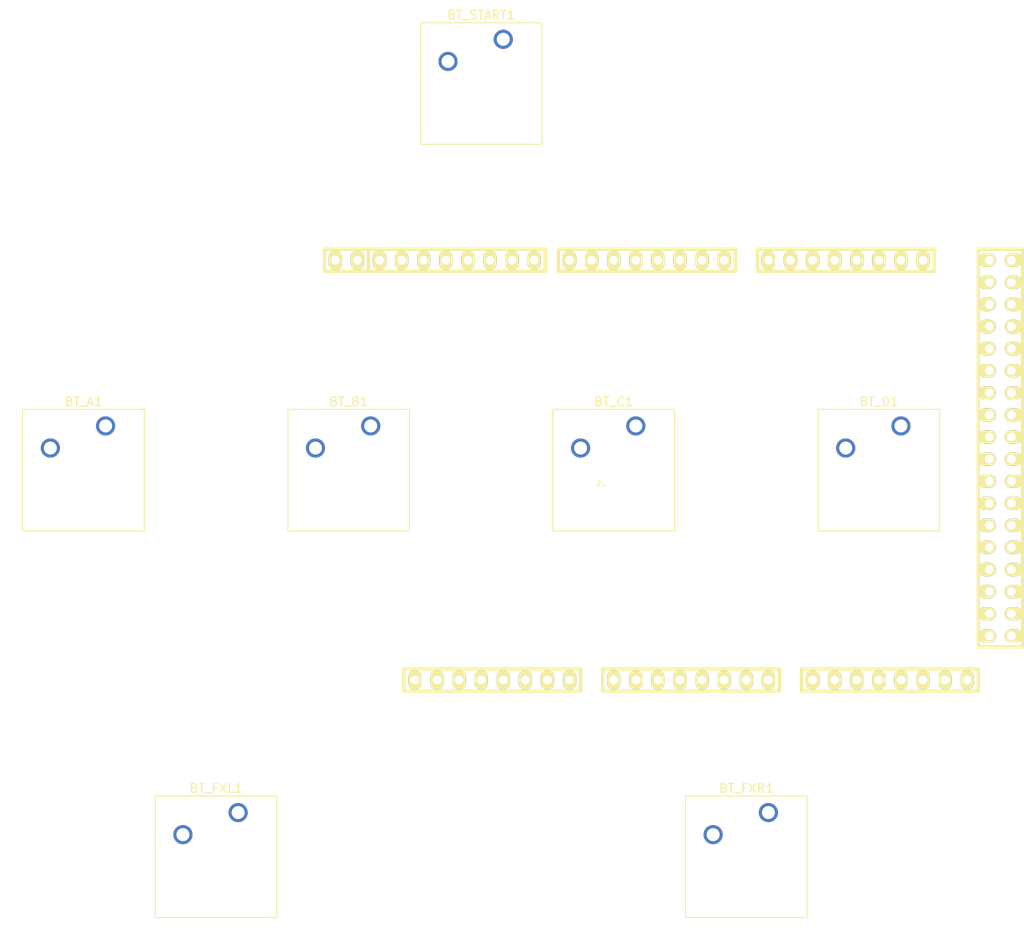
<source format=kicad_pcb>
(kicad_pcb (version 20171130) (host pcbnew 5.0.1)

  (general
    (thickness 1.6)
    (drawings 0)
    (tracks 0)
    (zones 0)
    (modules 8)
    (nets 86)
  )

  (page A4)
  (layers
    (0 F.Cu signal)
    (31 B.Cu signal)
    (32 B.Adhes user)
    (33 F.Adhes user)
    (34 B.Paste user)
    (35 F.Paste user)
    (36 B.SilkS user)
    (37 F.SilkS user)
    (38 B.Mask user)
    (39 F.Mask user)
    (40 Dwgs.User user)
    (41 Cmts.User user)
    (42 Eco1.User user)
    (43 Eco2.User user)
    (44 Edge.Cuts user)
    (45 Margin user)
    (46 B.CrtYd user)
    (47 F.CrtYd user hide)
    (48 B.Fab user)
    (49 F.Fab user hide)
  )

  (setup
    (last_trace_width 0.25)
    (trace_clearance 0.2)
    (zone_clearance 0.508)
    (zone_45_only no)
    (trace_min 0.2)
    (segment_width 0.2)
    (edge_width 0.15)
    (via_size 0.8)
    (via_drill 0.4)
    (via_min_size 0.4)
    (via_min_drill 0.3)
    (uvia_size 0.3)
    (uvia_drill 0.1)
    (uvias_allowed no)
    (uvia_min_size 0.2)
    (uvia_min_drill 0.1)
    (pcb_text_width 0.3)
    (pcb_text_size 1.5 1.5)
    (mod_edge_width 0.15)
    (mod_text_size 1 1)
    (mod_text_width 0.15)
    (pad_size 1.524 1.524)
    (pad_drill 0.762)
    (pad_to_mask_clearance 0.051)
    (solder_mask_min_width 0.25)
    (aux_axis_origin 0 0)
    (visible_elements FFFFFF7F)
    (pcbplotparams
      (layerselection 0x010fc_ffffffff)
      (usegerberextensions false)
      (usegerberattributes false)
      (usegerberadvancedattributes false)
      (creategerberjobfile false)
      (excludeedgelayer true)
      (linewidth 0.100000)
      (plotframeref false)
      (viasonmask false)
      (mode 1)
      (useauxorigin false)
      (hpglpennumber 1)
      (hpglpenspeed 20)
      (hpglpendiameter 15.000000)
      (psnegative false)
      (psa4output false)
      (plotreference true)
      (plotvalue true)
      (plotinvisibletext false)
      (padsonsilk false)
      (subtractmaskfromsilk false)
      (outputformat 1)
      (mirror false)
      (drillshape 1)
      (scaleselection 1)
      (outputdirectory ""))
  )

  (net 0 "")
  (net 1 "Net-(J1-Pad86)")
  (net 2 "Net-(J1-Pad85)")
  (net 3 "Net-(J1-Pad84)")
  (net 4 "Net-(J1-Pad83)")
  (net 5 LED3_R)
  (net 6 LED3_G)
  (net 7 LED3_B)
  (net 8 LED2_R)
  (net 9 LED2_G)
  (net 10 LED2_B)
  (net 11 LED1_R)
  (net 12 LED1_G)
  (net 13 LED1_B)
  (net 14 LED4_R)
  (net 15 LED4_G)
  (net 16 LED4_B)
  (net 17 "Net-(J1-Pad70)")
  (net 18 "Net-(J1-Pad69)")
  (net 19 "Net-(J1-Pad68)")
  (net 20 "Net-(J1-Pad67)")
  (net 21 R1_TX)
  (net 22 R1_RX)
  (net 23 "Net-(J1-Pad64)")
  (net 24 "Net-(J1-Pad63)")
  (net 25 R1_DET)
  (net 26 "Net-(J1-Pad61)")
  (net 27 "Net-(J1-Pad60)")
  (net 28 K1_C)
  (net 29 K1_B)
  (net 30 K1_A)
  (net 31 K1_1)
  (net 32 K1_2)
  (net 33 K1_3)
  (net 34 K1_4)
  (net 35 "Net-(J1-Pad52)")
  (net 36 LT_FXR)
  (net 37 LT_FXL)
  (net 38 LT_D)
  (net 39 LED5_G)
  (net 40 LT_C)
  (net 41 LT_B)
  (net 42 LT_A)
  (net 43 LT_START)
  (net 44 GND)
  (net 45 "Net-(J1-Pad42)")
  (net 46 "Net-(J1-Pad41)")
  (net 47 "Net-(J1-Pad40)")
  (net 48 "Net-(J1-Pad39)")
  (net 49 "Net-(J1-Pad38)")
  (net 50 "Net-(J1-Pad37)")
  (net 51 "Net-(J1-Pad36)")
  (net 52 "Net-(J1-Pad35)")
  (net 53 VOLR_A)
  (net 54 VOLR_B)
  (net 55 VOLL_A)
  (net 56 VOLL_B)
  (net 57 LED5_B)
  (net 58 LED5_R)
  (net 59 BT_SVC)
  (net 60 BT_TEST)
  (net 61 BT_START)
  (net 62 "Net-(J1-Pad25)")
  (net 63 "Net-(J1-Pad24)")
  (net 64 "Net-(J1-Pad23)")
  (net 65 "Net-(J1-Pad22)")
  (net 66 "Net-(J1-Pad21)")
  (net 67 "Net-(J1-Pad20)")
  (net 68 LED6_B)
  (net 69 LED6_G)
  (net 70 LED6_R)
  (net 71 "Net-(J1-Pad16)")
  (net 72 "Net-(J1-Pad15)")
  (net 73 BT_D)
  (net 74 BT_C)
  (net 75 BT_B)
  (net 76 BT_A)
  (net 77 BT_FXL)
  (net 78 BT_FXR)
  (net 79 "Net-(J1-Pad8)")
  (net 80 "Net-(J1-Pad7)")
  (net 81 "Net-(J1-Pad6)")
  (net 82 "Net-(J1-Pad5)")
  (net 83 "Net-(J1-Pad4)")
  (net 84 "Net-(J1-Pad3)")
  (net 85 "Net-(J1-Pad2)")

  (net_class Default "This is the default net class."
    (clearance 0.2)
    (trace_width 0.25)
    (via_dia 0.8)
    (via_drill 0.4)
    (uvia_dia 0.3)
    (uvia_drill 0.1)
    (add_net BT_A)
    (add_net BT_B)
    (add_net BT_C)
    (add_net BT_D)
    (add_net BT_FXL)
    (add_net BT_FXR)
    (add_net BT_START)
    (add_net BT_SVC)
    (add_net BT_TEST)
    (add_net GND)
    (add_net K1_1)
    (add_net K1_2)
    (add_net K1_3)
    (add_net K1_4)
    (add_net K1_A)
    (add_net K1_B)
    (add_net K1_C)
    (add_net LED1_B)
    (add_net LED1_G)
    (add_net LED1_R)
    (add_net LED2_B)
    (add_net LED2_G)
    (add_net LED2_R)
    (add_net LED3_B)
    (add_net LED3_G)
    (add_net LED3_R)
    (add_net LED4_B)
    (add_net LED4_G)
    (add_net LED4_R)
    (add_net LED5_B)
    (add_net LED5_G)
    (add_net LED5_R)
    (add_net LED6_B)
    (add_net LED6_G)
    (add_net LED6_R)
    (add_net LT_A)
    (add_net LT_B)
    (add_net LT_C)
    (add_net LT_D)
    (add_net LT_FXL)
    (add_net LT_FXR)
    (add_net LT_START)
    (add_net "Net-(J1-Pad15)")
    (add_net "Net-(J1-Pad16)")
    (add_net "Net-(J1-Pad2)")
    (add_net "Net-(J1-Pad20)")
    (add_net "Net-(J1-Pad21)")
    (add_net "Net-(J1-Pad22)")
    (add_net "Net-(J1-Pad23)")
    (add_net "Net-(J1-Pad24)")
    (add_net "Net-(J1-Pad25)")
    (add_net "Net-(J1-Pad3)")
    (add_net "Net-(J1-Pad35)")
    (add_net "Net-(J1-Pad36)")
    (add_net "Net-(J1-Pad37)")
    (add_net "Net-(J1-Pad38)")
    (add_net "Net-(J1-Pad39)")
    (add_net "Net-(J1-Pad4)")
    (add_net "Net-(J1-Pad40)")
    (add_net "Net-(J1-Pad41)")
    (add_net "Net-(J1-Pad42)")
    (add_net "Net-(J1-Pad5)")
    (add_net "Net-(J1-Pad52)")
    (add_net "Net-(J1-Pad6)")
    (add_net "Net-(J1-Pad60)")
    (add_net "Net-(J1-Pad61)")
    (add_net "Net-(J1-Pad63)")
    (add_net "Net-(J1-Pad64)")
    (add_net "Net-(J1-Pad67)")
    (add_net "Net-(J1-Pad68)")
    (add_net "Net-(J1-Pad69)")
    (add_net "Net-(J1-Pad7)")
    (add_net "Net-(J1-Pad70)")
    (add_net "Net-(J1-Pad8)")
    (add_net "Net-(J1-Pad83)")
    (add_net "Net-(J1-Pad84)")
    (add_net "Net-(J1-Pad85)")
    (add_net "Net-(J1-Pad86)")
    (add_net R1_DET)
    (add_net R1_RX)
    (add_net R1_TX)
    (add_net VOLL_A)
    (add_net VOLL_B)
    (add_net VOLR_A)
    (add_net VOLR_B)
  )

  (module Button_Switch_Keyboard:SW_Cherry_MX1A_1.00u_PCB (layer F.Cu) (tedit 5A02FE24) (tstamp 5BEE17EF)
    (at 88.9 77.47)
    (descr "Cherry MX keyswitch, MX1A, 1.00u, PCB mount, http://cherryamericas.com/wp-content/uploads/2014/12/mx_cat.pdf")
    (tags "cherry mx keyswitch MX1A 1.00u PCB")
    (path /5BDA3CBD)
    (fp_text reference BT_A1 (at -2.54 -2.794) (layer F.SilkS)
      (effects (font (size 1 1) (thickness 0.15)))
    )
    (fp_text value SW_Push_LED (at -2.54 12.954) (layer F.Fab)
      (effects (font (size 1 1) (thickness 0.15)))
    )
    (fp_text user %R (at -2.54 -2.794) (layer F.Fab)
      (effects (font (size 1 1) (thickness 0.15)))
    )
    (fp_line (start -8.89 -1.27) (end 3.81 -1.27) (layer F.Fab) (width 0.15))
    (fp_line (start 3.81 -1.27) (end 3.81 11.43) (layer F.Fab) (width 0.15))
    (fp_line (start 3.81 11.43) (end -8.89 11.43) (layer F.Fab) (width 0.15))
    (fp_line (start -8.89 11.43) (end -8.89 -1.27) (layer F.Fab) (width 0.15))
    (fp_line (start -9.14 11.68) (end -9.14 -1.52) (layer F.CrtYd) (width 0.05))
    (fp_line (start 4.06 11.68) (end -9.14 11.68) (layer F.CrtYd) (width 0.05))
    (fp_line (start 4.06 -1.52) (end 4.06 11.68) (layer F.CrtYd) (width 0.05))
    (fp_line (start -9.14 -1.52) (end 4.06 -1.52) (layer F.CrtYd) (width 0.05))
    (fp_line (start -12.065 -4.445) (end 6.985 -4.445) (layer Dwgs.User) (width 0.15))
    (fp_line (start 6.985 -4.445) (end 6.985 14.605) (layer Dwgs.User) (width 0.15))
    (fp_line (start 6.985 14.605) (end -12.065 14.605) (layer Dwgs.User) (width 0.15))
    (fp_line (start -12.065 14.605) (end -12.065 -4.445) (layer Dwgs.User) (width 0.15))
    (fp_line (start -9.525 -1.905) (end 4.445 -1.905) (layer F.SilkS) (width 0.12))
    (fp_line (start 4.445 -1.905) (end 4.445 12.065) (layer F.SilkS) (width 0.12))
    (fp_line (start 4.445 12.065) (end -9.525 12.065) (layer F.SilkS) (width 0.12))
    (fp_line (start -9.525 12.065) (end -9.525 -1.905) (layer F.SilkS) (width 0.12))
    (pad 1 thru_hole circle (at 0 0) (size 2.2 2.2) (drill 1.5) (layers *.Cu *.Mask)
      (net 76 BT_A))
    (pad 2 thru_hole circle (at -6.35 2.54) (size 2.2 2.2) (drill 1.5) (layers *.Cu *.Mask)
      (net 44 GND))
    (pad "" np_thru_hole circle (at -2.54 5.08) (size 4 4) (drill 4) (layers *.Cu *.Mask))
    (pad "" np_thru_hole circle (at -7.62 5.08) (size 1.7 1.7) (drill 1.7) (layers *.Cu *.Mask))
    (pad "" np_thru_hole circle (at 2.54 5.08) (size 1.7 1.7) (drill 1.7) (layers *.Cu *.Mask))
    (model ${KISYS3DMOD}/Button_Switch_Keyboard.3dshapes/SW_Cherry_MX1A_1.00u_PCB.wrl
      (at (xyz 0 0 0))
      (scale (xyz 1 1 1))
      (rotate (xyz 0 0 0))
    )
  )

  (module Button_Switch_Keyboard:SW_Cherry_MX1A_1.00u_PCB (layer F.Cu) (tedit 5A02FE24) (tstamp 5BEE1809)
    (at 119.38 77.47)
    (descr "Cherry MX keyswitch, MX1A, 1.00u, PCB mount, http://cherryamericas.com/wp-content/uploads/2014/12/mx_cat.pdf")
    (tags "cherry mx keyswitch MX1A 1.00u PCB")
    (path /5BDA3F0B)
    (fp_text reference BT_B1 (at -2.54 -2.794) (layer F.SilkS)
      (effects (font (size 1 1) (thickness 0.15)))
    )
    (fp_text value SW_Push_LED (at -2.54 12.954) (layer F.Fab)
      (effects (font (size 1 1) (thickness 0.15)))
    )
    (fp_line (start -9.525 12.065) (end -9.525 -1.905) (layer F.SilkS) (width 0.12))
    (fp_line (start 4.445 12.065) (end -9.525 12.065) (layer F.SilkS) (width 0.12))
    (fp_line (start 4.445 -1.905) (end 4.445 12.065) (layer F.SilkS) (width 0.12))
    (fp_line (start -9.525 -1.905) (end 4.445 -1.905) (layer F.SilkS) (width 0.12))
    (fp_line (start -12.065 14.605) (end -12.065 -4.445) (layer Dwgs.User) (width 0.15))
    (fp_line (start 6.985 14.605) (end -12.065 14.605) (layer Dwgs.User) (width 0.15))
    (fp_line (start 6.985 -4.445) (end 6.985 14.605) (layer Dwgs.User) (width 0.15))
    (fp_line (start -12.065 -4.445) (end 6.985 -4.445) (layer Dwgs.User) (width 0.15))
    (fp_line (start -9.14 -1.52) (end 4.06 -1.52) (layer F.CrtYd) (width 0.05))
    (fp_line (start 4.06 -1.52) (end 4.06 11.68) (layer F.CrtYd) (width 0.05))
    (fp_line (start 4.06 11.68) (end -9.14 11.68) (layer F.CrtYd) (width 0.05))
    (fp_line (start -9.14 11.68) (end -9.14 -1.52) (layer F.CrtYd) (width 0.05))
    (fp_line (start -8.89 11.43) (end -8.89 -1.27) (layer F.Fab) (width 0.15))
    (fp_line (start 3.81 11.43) (end -8.89 11.43) (layer F.Fab) (width 0.15))
    (fp_line (start 3.81 -1.27) (end 3.81 11.43) (layer F.Fab) (width 0.15))
    (fp_line (start -8.89 -1.27) (end 3.81 -1.27) (layer F.Fab) (width 0.15))
    (fp_text user %R (at -2.54 -2.794) (layer F.Fab)
      (effects (font (size 1 1) (thickness 0.15)))
    )
    (pad "" np_thru_hole circle (at 2.54 5.08) (size 1.7 1.7) (drill 1.7) (layers *.Cu *.Mask))
    (pad "" np_thru_hole circle (at -7.62 5.08) (size 1.7 1.7) (drill 1.7) (layers *.Cu *.Mask))
    (pad "" np_thru_hole circle (at -2.54 5.08) (size 4 4) (drill 4) (layers *.Cu *.Mask))
    (pad 2 thru_hole circle (at -6.35 2.54) (size 2.2 2.2) (drill 1.5) (layers *.Cu *.Mask)
      (net 44 GND))
    (pad 1 thru_hole circle (at 0 0) (size 2.2 2.2) (drill 1.5) (layers *.Cu *.Mask)
      (net 75 BT_B))
    (model ${KISYS3DMOD}/Button_Switch_Keyboard.3dshapes/SW_Cherry_MX1A_1.00u_PCB.wrl
      (at (xyz 0 0 0))
      (scale (xyz 1 1 1))
      (rotate (xyz 0 0 0))
    )
  )

  (module Button_Switch_Keyboard:SW_Cherry_MX1A_1.00u_PCB (layer F.Cu) (tedit 5A02FE24) (tstamp 5BEE1823)
    (at 149.86 77.47)
    (descr "Cherry MX keyswitch, MX1A, 1.00u, PCB mount, http://cherryamericas.com/wp-content/uploads/2014/12/mx_cat.pdf")
    (tags "cherry mx keyswitch MX1A 1.00u PCB")
    (path /5BDA403D)
    (fp_text reference BT_C1 (at -2.54 -2.794) (layer F.SilkS)
      (effects (font (size 1 1) (thickness 0.15)))
    )
    (fp_text value SW_Push_LED (at -2.54 12.954) (layer F.Fab)
      (effects (font (size 1 1) (thickness 0.15)))
    )
    (fp_text user %R (at -2.54 -2.794) (layer F.Fab)
      (effects (font (size 1 1) (thickness 0.15)))
    )
    (fp_line (start -8.89 -1.27) (end 3.81 -1.27) (layer F.Fab) (width 0.15))
    (fp_line (start 3.81 -1.27) (end 3.81 11.43) (layer F.Fab) (width 0.15))
    (fp_line (start 3.81 11.43) (end -8.89 11.43) (layer F.Fab) (width 0.15))
    (fp_line (start -8.89 11.43) (end -8.89 -1.27) (layer F.Fab) (width 0.15))
    (fp_line (start -9.14 11.68) (end -9.14 -1.52) (layer F.CrtYd) (width 0.05))
    (fp_line (start 4.06 11.68) (end -9.14 11.68) (layer F.CrtYd) (width 0.05))
    (fp_line (start 4.06 -1.52) (end 4.06 11.68) (layer F.CrtYd) (width 0.05))
    (fp_line (start -9.14 -1.52) (end 4.06 -1.52) (layer F.CrtYd) (width 0.05))
    (fp_line (start -12.065 -4.445) (end 6.985 -4.445) (layer Dwgs.User) (width 0.15))
    (fp_line (start 6.985 -4.445) (end 6.985 14.605) (layer Dwgs.User) (width 0.15))
    (fp_line (start 6.985 14.605) (end -12.065 14.605) (layer Dwgs.User) (width 0.15))
    (fp_line (start -12.065 14.605) (end -12.065 -4.445) (layer Dwgs.User) (width 0.15))
    (fp_line (start -9.525 -1.905) (end 4.445 -1.905) (layer F.SilkS) (width 0.12))
    (fp_line (start 4.445 -1.905) (end 4.445 12.065) (layer F.SilkS) (width 0.12))
    (fp_line (start 4.445 12.065) (end -9.525 12.065) (layer F.SilkS) (width 0.12))
    (fp_line (start -9.525 12.065) (end -9.525 -1.905) (layer F.SilkS) (width 0.12))
    (pad 1 thru_hole circle (at 0 0) (size 2.2 2.2) (drill 1.5) (layers *.Cu *.Mask)
      (net 74 BT_C))
    (pad 2 thru_hole circle (at -6.35 2.54) (size 2.2 2.2) (drill 1.5) (layers *.Cu *.Mask)
      (net 44 GND))
    (pad "" np_thru_hole circle (at -2.54 5.08) (size 4 4) (drill 4) (layers *.Cu *.Mask))
    (pad "" np_thru_hole circle (at -7.62 5.08) (size 1.7 1.7) (drill 1.7) (layers *.Cu *.Mask))
    (pad "" np_thru_hole circle (at 2.54 5.08) (size 1.7 1.7) (drill 1.7) (layers *.Cu *.Mask))
    (model ${KISYS3DMOD}/Button_Switch_Keyboard.3dshapes/SW_Cherry_MX1A_1.00u_PCB.wrl
      (at (xyz 0 0 0))
      (scale (xyz 1 1 1))
      (rotate (xyz 0 0 0))
    )
  )

  (module Button_Switch_Keyboard:SW_Cherry_MX1A_1.00u_PCB (layer F.Cu) (tedit 5A02FE24) (tstamp 5BEE183D)
    (at 180.34 77.47)
    (descr "Cherry MX keyswitch, MX1A, 1.00u, PCB mount, http://cherryamericas.com/wp-content/uploads/2014/12/mx_cat.pdf")
    (tags "cherry mx keyswitch MX1A 1.00u PCB")
    (path /5BDA4135)
    (fp_text reference BT_D1 (at -2.54 -2.794) (layer F.SilkS)
      (effects (font (size 1 1) (thickness 0.15)))
    )
    (fp_text value SW_Push_LED (at -2.54 12.954) (layer F.Fab)
      (effects (font (size 1 1) (thickness 0.15)))
    )
    (fp_line (start -9.525 12.065) (end -9.525 -1.905) (layer F.SilkS) (width 0.12))
    (fp_line (start 4.445 12.065) (end -9.525 12.065) (layer F.SilkS) (width 0.12))
    (fp_line (start 4.445 -1.905) (end 4.445 12.065) (layer F.SilkS) (width 0.12))
    (fp_line (start -9.525 -1.905) (end 4.445 -1.905) (layer F.SilkS) (width 0.12))
    (fp_line (start -12.065 14.605) (end -12.065 -4.445) (layer Dwgs.User) (width 0.15))
    (fp_line (start 6.985 14.605) (end -12.065 14.605) (layer Dwgs.User) (width 0.15))
    (fp_line (start 6.985 -4.445) (end 6.985 14.605) (layer Dwgs.User) (width 0.15))
    (fp_line (start -12.065 -4.445) (end 6.985 -4.445) (layer Dwgs.User) (width 0.15))
    (fp_line (start -9.14 -1.52) (end 4.06 -1.52) (layer F.CrtYd) (width 0.05))
    (fp_line (start 4.06 -1.52) (end 4.06 11.68) (layer F.CrtYd) (width 0.05))
    (fp_line (start 4.06 11.68) (end -9.14 11.68) (layer F.CrtYd) (width 0.05))
    (fp_line (start -9.14 11.68) (end -9.14 -1.52) (layer F.CrtYd) (width 0.05))
    (fp_line (start -8.89 11.43) (end -8.89 -1.27) (layer F.Fab) (width 0.15))
    (fp_line (start 3.81 11.43) (end -8.89 11.43) (layer F.Fab) (width 0.15))
    (fp_line (start 3.81 -1.27) (end 3.81 11.43) (layer F.Fab) (width 0.15))
    (fp_line (start -8.89 -1.27) (end 3.81 -1.27) (layer F.Fab) (width 0.15))
    (fp_text user %R (at -2.54 -2.794) (layer F.Fab)
      (effects (font (size 1 1) (thickness 0.15)))
    )
    (pad "" np_thru_hole circle (at 2.54 5.08) (size 1.7 1.7) (drill 1.7) (layers *.Cu *.Mask))
    (pad "" np_thru_hole circle (at -7.62 5.08) (size 1.7 1.7) (drill 1.7) (layers *.Cu *.Mask))
    (pad "" np_thru_hole circle (at -2.54 5.08) (size 4 4) (drill 4) (layers *.Cu *.Mask))
    (pad 2 thru_hole circle (at -6.35 2.54) (size 2.2 2.2) (drill 1.5) (layers *.Cu *.Mask)
      (net 44 GND))
    (pad 1 thru_hole circle (at 0 0) (size 2.2 2.2) (drill 1.5) (layers *.Cu *.Mask)
      (net 73 BT_D))
    (model ${KISYS3DMOD}/Button_Switch_Keyboard.3dshapes/SW_Cherry_MX1A_1.00u_PCB.wrl
      (at (xyz 0 0 0))
      (scale (xyz 1 1 1))
      (rotate (xyz 0 0 0))
    )
  )

  (module Button_Switch_Keyboard:SW_Cherry_MX1A_2.00u_PCB (layer F.Cu) (tedit 5A02FE24) (tstamp 5BEE185B)
    (at 104.14 121.92)
    (descr "Cherry MX keyswitch, MX1A, 2.00u, PCB mount, http://cherryamericas.com/wp-content/uploads/2014/12/mx_cat.pdf")
    (tags "cherry mx keyswitch MX1A 2.00u PCB")
    (path /5BDA421E)
    (fp_text reference BT_FXL1 (at -2.54 -2.794) (layer F.SilkS)
      (effects (font (size 1 1) (thickness 0.15)))
    )
    (fp_text value SW_Push_LED (at -2.54 12.954) (layer F.Fab)
      (effects (font (size 1 1) (thickness 0.15)))
    )
    (fp_text user %R (at -2.54 -2.794) (layer F.Fab)
      (effects (font (size 1 1) (thickness 0.15)))
    )
    (fp_line (start -8.89 -1.27) (end 3.81 -1.27) (layer F.Fab) (width 0.15))
    (fp_line (start 3.81 -1.27) (end 3.81 11.43) (layer F.Fab) (width 0.15))
    (fp_line (start 3.81 11.43) (end -8.89 11.43) (layer F.Fab) (width 0.15))
    (fp_line (start -8.89 11.43) (end -8.89 -1.27) (layer F.Fab) (width 0.15))
    (fp_line (start -9.14 11.68) (end -9.14 -1.52) (layer F.CrtYd) (width 0.05))
    (fp_line (start 4.06 11.68) (end -9.14 11.68) (layer F.CrtYd) (width 0.05))
    (fp_line (start 4.06 -1.52) (end 4.06 11.68) (layer F.CrtYd) (width 0.05))
    (fp_line (start -9.14 -1.52) (end 4.06 -1.52) (layer F.CrtYd) (width 0.05))
    (fp_line (start -21.59 -4.445) (end 16.51 -4.445) (layer Dwgs.User) (width 0.15))
    (fp_line (start 16.51 -4.445) (end 16.51 14.605) (layer Dwgs.User) (width 0.15))
    (fp_line (start 16.51 14.605) (end -21.59 14.605) (layer Dwgs.User) (width 0.15))
    (fp_line (start -21.59 14.605) (end -21.59 -4.445) (layer Dwgs.User) (width 0.15))
    (fp_line (start -9.525 -1.905) (end 4.445 -1.905) (layer F.SilkS) (width 0.12))
    (fp_line (start 4.445 -1.905) (end 4.445 12.065) (layer F.SilkS) (width 0.12))
    (fp_line (start 4.445 12.065) (end -9.525 12.065) (layer F.SilkS) (width 0.12))
    (fp_line (start -9.525 12.065) (end -9.525 -1.905) (layer F.SilkS) (width 0.12))
    (pad 1 thru_hole circle (at 0 0) (size 2.2 2.2) (drill 1.5) (layers *.Cu *.Mask)
      (net 77 BT_FXL))
    (pad 2 thru_hole circle (at -6.35 2.54) (size 2.2 2.2) (drill 1.5) (layers *.Cu *.Mask)
      (net 44 GND))
    (pad "" np_thru_hole circle (at -2.54 5.08) (size 4 4) (drill 4) (layers *.Cu *.Mask))
    (pad "" np_thru_hole circle (at -7.62 5.08) (size 1.7 1.7) (drill 1.7) (layers *.Cu *.Mask))
    (pad "" np_thru_hole circle (at 2.54 5.08) (size 1.7 1.7) (drill 1.7) (layers *.Cu *.Mask))
    (pad "" np_thru_hole circle (at 9.36 13.32) (size 4 4) (drill 4) (layers *.Cu *.Mask))
    (pad "" np_thru_hole circle (at -14.44 13.32) (size 4 4) (drill 4) (layers *.Cu *.Mask))
    (pad "" np_thru_hole circle (at -14.44 -1.92) (size 3.05 3.05) (drill 3.05) (layers *.Cu *.Mask))
    (pad "" np_thru_hole circle (at 9.36 -1.92) (size 3.05 3.05) (drill 3.05) (layers *.Cu *.Mask))
    (model ${KISYS3DMOD}/Button_Switch_Keyboard.3dshapes/SW_Cherry_MX1A_2.00u_PCB.wrl
      (at (xyz 0 0 0))
      (scale (xyz 1 1 1))
      (rotate (xyz 0 0 0))
    )
  )

  (module Button_Switch_Keyboard:SW_Cherry_MX1A_2.00u_PCB (layer F.Cu) (tedit 5A02FE24) (tstamp 5BEE1879)
    (at 165.1 121.92)
    (descr "Cherry MX keyswitch, MX1A, 2.00u, PCB mount, http://cherryamericas.com/wp-content/uploads/2014/12/mx_cat.pdf")
    (tags "cherry mx keyswitch MX1A 2.00u PCB")
    (path /5BDA4AC1)
    (fp_text reference BT_FXR1 (at -2.54 -2.794) (layer F.SilkS)
      (effects (font (size 1 1) (thickness 0.15)))
    )
    (fp_text value SW_Push_LED (at -2.54 12.954) (layer F.Fab)
      (effects (font (size 1 1) (thickness 0.15)))
    )
    (fp_line (start -9.525 12.065) (end -9.525 -1.905) (layer F.SilkS) (width 0.12))
    (fp_line (start 4.445 12.065) (end -9.525 12.065) (layer F.SilkS) (width 0.12))
    (fp_line (start 4.445 -1.905) (end 4.445 12.065) (layer F.SilkS) (width 0.12))
    (fp_line (start -9.525 -1.905) (end 4.445 -1.905) (layer F.SilkS) (width 0.12))
    (fp_line (start -21.59 14.605) (end -21.59 -4.445) (layer Dwgs.User) (width 0.15))
    (fp_line (start 16.51 14.605) (end -21.59 14.605) (layer Dwgs.User) (width 0.15))
    (fp_line (start 16.51 -4.445) (end 16.51 14.605) (layer Dwgs.User) (width 0.15))
    (fp_line (start -21.59 -4.445) (end 16.51 -4.445) (layer Dwgs.User) (width 0.15))
    (fp_line (start -9.14 -1.52) (end 4.06 -1.52) (layer F.CrtYd) (width 0.05))
    (fp_line (start 4.06 -1.52) (end 4.06 11.68) (layer F.CrtYd) (width 0.05))
    (fp_line (start 4.06 11.68) (end -9.14 11.68) (layer F.CrtYd) (width 0.05))
    (fp_line (start -9.14 11.68) (end -9.14 -1.52) (layer F.CrtYd) (width 0.05))
    (fp_line (start -8.89 11.43) (end -8.89 -1.27) (layer F.Fab) (width 0.15))
    (fp_line (start 3.81 11.43) (end -8.89 11.43) (layer F.Fab) (width 0.15))
    (fp_line (start 3.81 -1.27) (end 3.81 11.43) (layer F.Fab) (width 0.15))
    (fp_line (start -8.89 -1.27) (end 3.81 -1.27) (layer F.Fab) (width 0.15))
    (fp_text user %R (at -2.54 -2.794) (layer F.Fab)
      (effects (font (size 1 1) (thickness 0.15)))
    )
    (pad "" np_thru_hole circle (at 9.36 -1.92) (size 3.05 3.05) (drill 3.05) (layers *.Cu *.Mask))
    (pad "" np_thru_hole circle (at -14.44 -1.92) (size 3.05 3.05) (drill 3.05) (layers *.Cu *.Mask))
    (pad "" np_thru_hole circle (at -14.44 13.32) (size 4 4) (drill 4) (layers *.Cu *.Mask))
    (pad "" np_thru_hole circle (at 9.36 13.32) (size 4 4) (drill 4) (layers *.Cu *.Mask))
    (pad "" np_thru_hole circle (at 2.54 5.08) (size 1.7 1.7) (drill 1.7) (layers *.Cu *.Mask))
    (pad "" np_thru_hole circle (at -7.62 5.08) (size 1.7 1.7) (drill 1.7) (layers *.Cu *.Mask))
    (pad "" np_thru_hole circle (at -2.54 5.08) (size 4 4) (drill 4) (layers *.Cu *.Mask))
    (pad 2 thru_hole circle (at -6.35 2.54) (size 2.2 2.2) (drill 1.5) (layers *.Cu *.Mask)
      (net 44 GND))
    (pad 1 thru_hole circle (at 0 0) (size 2.2 2.2) (drill 1.5) (layers *.Cu *.Mask)
      (net 78 BT_FXR))
    (model ${KISYS3DMOD}/Button_Switch_Keyboard.3dshapes/SW_Cherry_MX1A_2.00u_PCB.wrl
      (at (xyz 0 0 0))
      (scale (xyz 1 1 1))
      (rotate (xyz 0 0 0))
    )
  )

  (module Button_Switch_Keyboard:SW_Cherry_MX1A_1.00u_PCB (layer F.Cu) (tedit 5A02FE24) (tstamp 5BEE1893)
    (at 134.62 33.02)
    (descr "Cherry MX keyswitch, MX1A, 1.00u, PCB mount, http://cherryamericas.com/wp-content/uploads/2014/12/mx_cat.pdf")
    (tags "cherry mx keyswitch MX1A 1.00u PCB")
    (path /5BDA4BEC)
    (fp_text reference BT_START1 (at -2.54 -2.794) (layer F.SilkS)
      (effects (font (size 1 1) (thickness 0.15)))
    )
    (fp_text value SW_Push_LED (at -2.54 12.954) (layer F.Fab)
      (effects (font (size 1 1) (thickness 0.15)))
    )
    (fp_text user %R (at -2.54 -2.794) (layer F.Fab)
      (effects (font (size 1 1) (thickness 0.15)))
    )
    (fp_line (start -8.89 -1.27) (end 3.81 -1.27) (layer F.Fab) (width 0.15))
    (fp_line (start 3.81 -1.27) (end 3.81 11.43) (layer F.Fab) (width 0.15))
    (fp_line (start 3.81 11.43) (end -8.89 11.43) (layer F.Fab) (width 0.15))
    (fp_line (start -8.89 11.43) (end -8.89 -1.27) (layer F.Fab) (width 0.15))
    (fp_line (start -9.14 11.68) (end -9.14 -1.52) (layer F.CrtYd) (width 0.05))
    (fp_line (start 4.06 11.68) (end -9.14 11.68) (layer F.CrtYd) (width 0.05))
    (fp_line (start 4.06 -1.52) (end 4.06 11.68) (layer F.CrtYd) (width 0.05))
    (fp_line (start -9.14 -1.52) (end 4.06 -1.52) (layer F.CrtYd) (width 0.05))
    (fp_line (start -12.065 -4.445) (end 6.985 -4.445) (layer Dwgs.User) (width 0.15))
    (fp_line (start 6.985 -4.445) (end 6.985 14.605) (layer Dwgs.User) (width 0.15))
    (fp_line (start 6.985 14.605) (end -12.065 14.605) (layer Dwgs.User) (width 0.15))
    (fp_line (start -12.065 14.605) (end -12.065 -4.445) (layer Dwgs.User) (width 0.15))
    (fp_line (start -9.525 -1.905) (end 4.445 -1.905) (layer F.SilkS) (width 0.12))
    (fp_line (start 4.445 -1.905) (end 4.445 12.065) (layer F.SilkS) (width 0.12))
    (fp_line (start 4.445 12.065) (end -9.525 12.065) (layer F.SilkS) (width 0.12))
    (fp_line (start -9.525 12.065) (end -9.525 -1.905) (layer F.SilkS) (width 0.12))
    (pad 1 thru_hole circle (at 0 0) (size 2.2 2.2) (drill 1.5) (layers *.Cu *.Mask)
      (net 61 BT_START))
    (pad 2 thru_hole circle (at -6.35 2.54) (size 2.2 2.2) (drill 1.5) (layers *.Cu *.Mask)
      (net 44 GND))
    (pad "" np_thru_hole circle (at -2.54 5.08) (size 4 4) (drill 4) (layers *.Cu *.Mask))
    (pad "" np_thru_hole circle (at -7.62 5.08) (size 1.7 1.7) (drill 1.7) (layers *.Cu *.Mask))
    (pad "" np_thru_hole circle (at 2.54 5.08) (size 1.7 1.7) (drill 1.7) (layers *.Cu *.Mask))
    (model ${KISYS3DMOD}/Button_Switch_Keyboard.3dshapes/SW_Cherry_MX1A_1.00u_PCB.wrl
      (at (xyz 0 0 0))
      (scale (xyz 1 1 1))
      (rotate (xyz 0 0 0))
    )
  )

  (module arduino_mega:arduino_mega_header (layer F.Cu) (tedit 5BDA315B) (tstamp 5BEE190C)
    (at 146.05 82.55)
    (descr "Arduino Mega/Due Header")
    (tags Arduino)
    (path /5BD9EE5B)
    (fp_text reference J1 (at 0 1.27) (layer F.SilkS)
      (effects (font (size 1.016 1.016) (thickness 0.2032)))
    )
    (fp_text value Arduino_Mega_Header (at 0 -1.27) (layer F.SilkS) hide
      (effects (font (size 1.016 0.889) (thickness 0.2032)))
    )
    (fp_line (start -22.86 25.4) (end -22.86 22.86) (layer F.SilkS) (width 0.381))
    (fp_line (start 43.18 22.86) (end 43.18 25.4) (layer F.SilkS) (width 0.381))
    (fp_line (start -2.54 22.86) (end -2.54 25.4) (layer F.SilkS) (width 0.381))
    (fp_line (start 0 22.86) (end 0 25.4) (layer F.SilkS) (width 0.381))
    (fp_line (start 22.86 25.4) (end 22.86 22.86) (layer F.SilkS) (width 0.381))
    (fp_line (start 20.32 25.4) (end 20.32 22.86) (layer F.SilkS) (width 0.381))
    (fp_line (start -2.54 22.86) (end -22.86 22.86) (layer F.SilkS) (width 0.381))
    (fp_line (start -22.86 25.4) (end -2.54 25.4) (layer F.SilkS) (width 0.381))
    (fp_line (start 0 25.4) (end 20.32 25.4) (layer F.SilkS) (width 0.381))
    (fp_line (start 20.32 22.86) (end 0 22.86) (layer F.SilkS) (width 0.381))
    (fp_line (start 22.86 22.86) (end 43.18 22.86) (layer F.SilkS) (width 0.381))
    (fp_line (start 43.18 25.4) (end 22.86 25.4) (layer F.SilkS) (width 0.381))
    (fp_line (start 43.18 -25.4) (end 43.18 20.32) (layer F.SilkS) (width 0.381))
    (fp_line (start 48.26 -25.4) (end 43.18 -25.4) (layer F.SilkS) (width 0.381))
    (fp_line (start 48.26 20.32) (end 48.26 -25.4) (layer F.SilkS) (width 0.381))
    (fp_line (start 43.18 20.32) (end 48.26 20.32) (layer F.SilkS) (width 0.381))
    (fp_line (start 38.1 -22.86) (end 38.1 -25.4) (layer F.SilkS) (width 0.381))
    (fp_line (start 17.78 -22.86) (end 38.1 -22.86) (layer F.SilkS) (width 0.381))
    (fp_line (start 17.78 -25.4) (end 17.78 -22.86) (layer F.SilkS) (width 0.381))
    (fp_line (start 38.1 -25.4) (end 17.78 -25.4) (layer F.SilkS) (width 0.381))
    (fp_line (start -5.08 -25.4) (end 15.24 -25.4) (layer F.SilkS) (width 0.381))
    (fp_line (start -5.08 -22.86) (end -5.08 -25.4) (layer F.SilkS) (width 0.381))
    (fp_line (start 15.24 -22.86) (end -5.08 -22.86) (layer F.SilkS) (width 0.381))
    (fp_line (start 15.24 -25.4) (end 15.24 -22.86) (layer F.SilkS) (width 0.381))
    (fp_line (start -6.604 -25.4) (end -26.924 -25.4) (layer F.SilkS) (width 0.381))
    (fp_line (start -6.604 -22.86) (end -6.604 -25.4) (layer F.SilkS) (width 0.381))
    (fp_line (start -26.924 -22.86) (end -26.924 -25.4) (layer F.SilkS) (width 0.381))
    (fp_line (start -6.604 -22.86) (end -26.924 -22.86) (layer F.SilkS) (width 0.381))
    (fp_line (start -32.004 -22.86) (end -26.924 -22.86) (layer F.SilkS) (width 0.381))
    (fp_line (start -32.004 -25.4) (end -32.004 -22.86) (layer F.SilkS) (width 0.381))
    (fp_line (start -26.924 -25.4) (end -32.004 -25.4) (layer F.SilkS) (width 0.381))
    (pad 86 thru_hole oval (at -30.734 -24.13) (size 1.524 2.1971) (drill 1.00076) (layers *.Cu *.Mask F.SilkS)
      (net 1 "Net-(J1-Pad86)"))
    (pad 85 thru_hole oval (at -28.194 -24.13) (size 1.524 2.1971) (drill 1.00076) (layers *.Cu *.Mask F.SilkS)
      (net 2 "Net-(J1-Pad85)"))
    (pad 84 thru_hole oval (at -25.654 -24.13) (size 1.524 2.1971) (drill 1.00076) (layers *.Cu *.Mask F.SilkS)
      (net 3 "Net-(J1-Pad84)"))
    (pad 83 thru_hole oval (at -23.114 -24.13) (size 1.524 2.1971) (drill 1.00076) (layers *.Cu *.Mask F.SilkS)
      (net 4 "Net-(J1-Pad83)"))
    (pad 82 thru_hole oval (at -20.574 -24.13) (size 1.524 2.1971) (drill 1.00076) (layers *.Cu *.Mask F.SilkS)
      (net 5 LED3_R))
    (pad 81 thru_hole oval (at -18.034 -24.13) (size 1.524 2.1971) (drill 1.00076) (layers *.Cu *.Mask F.SilkS)
      (net 6 LED3_G))
    (pad 80 thru_hole oval (at -15.494 -24.13) (size 1.524 2.1971) (drill 1.00076) (layers *.Cu *.Mask F.SilkS)
      (net 7 LED3_B))
    (pad 79 thru_hole oval (at -12.954 -24.13) (size 1.524 2.1971) (drill 1.00076) (layers *.Cu *.Mask F.SilkS)
      (net 8 LED2_R))
    (pad 78 thru_hole oval (at -10.414 -24.13) (size 1.524 2.1971) (drill 1.00076) (layers *.Cu *.Mask F.SilkS)
      (net 9 LED2_G))
    (pad 77 thru_hole oval (at -7.874 -24.13) (size 1.524 2.1971) (drill 1.00076) (layers *.Cu *.Mask F.SilkS)
      (net 10 LED2_B))
    (pad 76 thru_hole oval (at -3.81 -24.13) (size 1.524 2.1971) (drill 1.00076) (layers *.Cu *.Mask F.SilkS)
      (net 11 LED1_R))
    (pad 75 thru_hole oval (at -1.27 -24.13) (size 1.524 2.1971) (drill 1.00076) (layers *.Cu *.Mask F.SilkS)
      (net 12 LED1_G))
    (pad 74 thru_hole oval (at 1.27 -24.13) (size 1.524 2.1971) (drill 1.00076) (layers *.Cu *.Mask F.SilkS)
      (net 13 LED1_B))
    (pad 73 thru_hole oval (at 3.81 -24.13) (size 1.524 2.1971) (drill 1.00076) (layers *.Cu *.Mask F.SilkS)
      (net 14 LED4_R))
    (pad 72 thru_hole oval (at 6.35 -24.13) (size 1.524 2.1971) (drill 1.00076) (layers *.Cu *.Mask F.SilkS)
      (net 15 LED4_G))
    (pad 71 thru_hole oval (at 8.89 -24.13) (size 1.524 2.1971) (drill 1.00076) (layers *.Cu *.Mask F.SilkS)
      (net 16 LED4_B))
    (pad 70 thru_hole oval (at 11.43 -24.13) (size 1.524 2.1971) (drill 1.00076) (layers *.Cu *.Mask F.SilkS)
      (net 17 "Net-(J1-Pad70)"))
    (pad 69 thru_hole oval (at 13.97 -24.13) (size 1.524 2.1971) (drill 1.00076) (layers *.Cu *.Mask F.SilkS)
      (net 18 "Net-(J1-Pad69)"))
    (pad 68 thru_hole oval (at 19.05 -24.13) (size 1.524 2.1971) (drill 1.00076) (layers *.Cu *.Mask F.SilkS)
      (net 19 "Net-(J1-Pad68)"))
    (pad 67 thru_hole oval (at 21.59 -24.13) (size 1.524 2.1971) (drill 1.00076) (layers *.Cu *.Mask F.SilkS)
      (net 20 "Net-(J1-Pad67)"))
    (pad 66 thru_hole oval (at 24.13 -24.13) (size 1.524 2.1971) (drill 1.00076) (layers *.Cu *.Mask F.SilkS)
      (net 21 R1_TX))
    (pad 65 thru_hole oval (at 26.67 -24.13) (size 1.524 2.1971) (drill 1.00076) (layers *.Cu *.Mask F.SilkS)
      (net 22 R1_RX))
    (pad 64 thru_hole oval (at 29.21 -24.13) (size 1.524 2.1971) (drill 1.00076) (layers *.Cu *.Mask F.SilkS)
      (net 23 "Net-(J1-Pad64)"))
    (pad 63 thru_hole oval (at 31.75 -24.13) (size 1.524 2.1971) (drill 1.00076) (layers *.Cu *.Mask F.SilkS)
      (net 24 "Net-(J1-Pad63)"))
    (pad 62 thru_hole oval (at 34.29 -24.13) (size 1.524 2.1971) (drill 1.00076) (layers *.Cu *.Mask F.SilkS)
      (net 25 R1_DET))
    (pad 61 thru_hole oval (at 36.83 -24.13) (size 1.524 2.1971) (drill 1.00076) (layers *.Cu *.Mask F.SilkS)
      (net 26 "Net-(J1-Pad61)"))
    (pad 60 thru_hole oval (at 46.99 -24.13) (size 1.99898 1.5367) (drill 1.00076 (offset 0.24638 0)) (layers *.Cu *.Mask F.SilkS)
      (net 27 "Net-(J1-Pad60)"))
    (pad 59 thru_hole oval (at 46.99 -21.59) (size 1.99898 1.5367) (drill 1.00076 (offset 0.24638 0)) (layers *.Cu *.Mask F.SilkS)
      (net 28 K1_C))
    (pad 58 thru_hole oval (at 46.99 -19.05) (size 1.99898 1.5367) (drill 1.00076 (offset 0.24638 0)) (layers *.Cu *.Mask F.SilkS)
      (net 29 K1_B))
    (pad 57 thru_hole oval (at 46.99 -16.51) (size 1.99898 1.5367) (drill 1.00076 (offset 0.24638 0)) (layers *.Cu *.Mask F.SilkS)
      (net 30 K1_A))
    (pad 56 thru_hole oval (at 46.99 -13.97) (size 1.99898 1.5367) (drill 1.00076 (offset 0.24638 0)) (layers *.Cu *.Mask F.SilkS)
      (net 31 K1_1))
    (pad 55 thru_hole oval (at 46.99 -11.43) (size 1.99898 1.5367) (drill 1.00076 (offset 0.24638 0)) (layers *.Cu *.Mask F.SilkS)
      (net 32 K1_2))
    (pad 54 thru_hole oval (at 46.99 -8.89) (size 1.99898 1.5367) (drill 1.00076 (offset 0.24638 0)) (layers *.Cu *.Mask F.SilkS)
      (net 33 K1_3))
    (pad 53 thru_hole oval (at 46.99 -6.35) (size 1.99898 1.5367) (drill 1.00076 (offset 0.24638 0)) (layers *.Cu *.Mask F.SilkS)
      (net 34 K1_4))
    (pad 52 thru_hole oval (at 46.99 -3.81) (size 1.99898 1.5367) (drill 1.00076 (offset 0.24638 0)) (layers *.Cu *.Mask F.SilkS)
      (net 35 "Net-(J1-Pad52)"))
    (pad 51 thru_hole oval (at 46.99 -1.27) (size 1.99898 1.5367) (drill 1.00076 (offset 0.24638 0)) (layers *.Cu *.Mask F.SilkS)
      (net 36 LT_FXR))
    (pad 50 thru_hole oval (at 46.99 1.27) (size 1.99898 1.5367) (drill 1.00076 (offset 0.24638 0)) (layers *.Cu *.Mask F.SilkS)
      (net 37 LT_FXL))
    (pad 49 thru_hole oval (at 46.99 3.81) (size 1.99898 1.5367) (drill 1.00076 (offset 0.24638 0)) (layers *.Cu *.Mask F.SilkS)
      (net 38 LT_D))
    (pad 48 thru_hole oval (at 46.99 6.35) (size 1.99898 1.5367) (drill 1.00076 (offset 0.24638 0)) (layers *.Cu *.Mask F.SilkS)
      (net 39 LED5_G))
    (pad 47 thru_hole oval (at 46.99 8.89) (size 1.99898 1.5367) (drill 1.00076 (offset 0.24638 0)) (layers *.Cu *.Mask F.SilkS)
      (net 40 LT_C))
    (pad 46 thru_hole oval (at 46.99 11.43) (size 1.99898 1.5367) (drill 1.00076 (offset 0.24638 0)) (layers *.Cu *.Mask F.SilkS)
      (net 41 LT_B))
    (pad 45 thru_hole oval (at 46.99 13.97) (size 1.99898 1.5367) (drill 1.00076 (offset 0.24638 0)) (layers *.Cu *.Mask F.SilkS)
      (net 42 LT_A))
    (pad 44 thru_hole oval (at 46.99 16.51) (size 1.99898 1.5367) (drill 1.00076 (offset 0.24638 0)) (layers *.Cu *.Mask F.SilkS)
      (net 43 LT_START))
    (pad 43 thru_hole oval (at 46.99 19.05) (size 1.99898 1.5367) (drill 1.00076 (offset 0.24638 0)) (layers *.Cu *.Mask F.SilkS)
      (net 44 GND))
    (pad 42 thru_hole oval (at 44.45 -24.13) (size 1.99898 1.53924) (drill 1.00076 (offset -0.24892 0)) (layers *.Cu *.Mask F.SilkS)
      (net 45 "Net-(J1-Pad42)"))
    (pad 41 thru_hole oval (at 44.45 -21.59) (size 1.99898 1.53924) (drill 1.00076 (offset -0.24892 0)) (layers *.Cu *.Mask F.SilkS)
      (net 46 "Net-(J1-Pad41)"))
    (pad 40 thru_hole oval (at 44.45 -19.05) (size 1.99898 1.53924) (drill 1.00076 (offset -0.24892 0)) (layers *.Cu *.Mask F.SilkS)
      (net 47 "Net-(J1-Pad40)"))
    (pad 39 thru_hole oval (at 44.45 -16.51) (size 1.99898 1.53924) (drill 1.00076 (offset -0.24892 0)) (layers *.Cu *.Mask F.SilkS)
      (net 48 "Net-(J1-Pad39)"))
    (pad 38 thru_hole oval (at 44.45 -13.97) (size 1.99898 1.53924) (drill 1.00076 (offset -0.24892 0)) (layers *.Cu *.Mask F.SilkS)
      (net 49 "Net-(J1-Pad38)"))
    (pad 37 thru_hole oval (at 44.45 -11.43) (size 1.99898 1.53924) (drill 1.00076 (offset -0.24892 0)) (layers *.Cu *.Mask F.SilkS)
      (net 50 "Net-(J1-Pad37)"))
    (pad 36 thru_hole oval (at 44.45 -8.89) (size 1.99898 1.53924) (drill 1.00076 (offset -0.24892 0)) (layers *.Cu *.Mask F.SilkS)
      (net 51 "Net-(J1-Pad36)"))
    (pad 35 thru_hole oval (at 44.45 -6.35) (size 1.99898 1.53924) (drill 1.00076 (offset -0.24892 0)) (layers *.Cu *.Mask F.SilkS)
      (net 52 "Net-(J1-Pad35)"))
    (pad 34 thru_hole oval (at 44.45 -3.81) (size 1.99898 1.53924) (drill 1.00076 (offset -0.24892 0)) (layers *.Cu *.Mask F.SilkS)
      (net 53 VOLR_A))
    (pad 33 thru_hole oval (at 44.45 -1.27) (size 1.99898 1.53924) (drill 1.00076 (offset -0.24892 0)) (layers *.Cu *.Mask F.SilkS)
      (net 54 VOLR_B))
    (pad 32 thru_hole oval (at 44.45 1.27) (size 1.99898 1.53924) (drill 1.00076 (offset -0.24892 0)) (layers *.Cu *.Mask F.SilkS)
      (net 55 VOLL_A))
    (pad 31 thru_hole oval (at 44.45 3.81) (size 1.99898 1.53924) (drill 1.00076 (offset -0.24892 0)) (layers *.Cu *.Mask F.SilkS)
      (net 56 VOLL_B))
    (pad 30 thru_hole oval (at 44.45 6.35) (size 1.99898 1.53924) (drill 1.00076 (offset -0.24892 0)) (layers *.Cu *.Mask F.SilkS)
      (net 57 LED5_B))
    (pad 29 thru_hole oval (at 44.45 8.89) (size 1.99898 1.53924) (drill 1.00076 (offset -0.24892 0)) (layers *.Cu *.Mask F.SilkS)
      (net 58 LED5_R))
    (pad 28 thru_hole oval (at 44.45 11.43) (size 1.99898 1.53924) (drill 1.00076 (offset -0.24892 0)) (layers *.Cu *.Mask F.SilkS)
      (net 59 BT_SVC))
    (pad 27 thru_hole oval (at 44.45 13.97) (size 1.99898 1.53924) (drill 1.00076 (offset -0.24892 0)) (layers *.Cu *.Mask F.SilkS)
      (net 60 BT_TEST))
    (pad 26 thru_hole oval (at 44.45 16.51) (size 1.99898 1.53924) (drill 1.00076 (offset -0.24892 0)) (layers *.Cu *.Mask F.SilkS)
      (net 61 BT_START))
    (pad 25 thru_hole oval (at 44.45 19.05) (size 1.99898 1.53924) (drill 1.00076 (offset -0.24892 0)) (layers *.Cu *.Mask F.SilkS)
      (net 62 "Net-(J1-Pad25)"))
    (pad 24 thru_hole oval (at 41.91 24.13) (size 1.524 2.1971) (drill 1.00076) (layers *.Cu *.Mask F.SilkS)
      (net 63 "Net-(J1-Pad24)"))
    (pad 23 thru_hole oval (at 39.37 24.13) (size 1.524 2.1971) (drill 1.00076) (layers *.Cu *.Mask F.SilkS)
      (net 64 "Net-(J1-Pad23)"))
    (pad 22 thru_hole oval (at 36.83 24.13) (size 1.524 2.1971) (drill 1.00076) (layers *.Cu *.Mask F.SilkS)
      (net 65 "Net-(J1-Pad22)"))
    (pad 21 thru_hole oval (at 34.29 24.13) (size 1.524 2.1971) (drill 1.00076) (layers *.Cu *.Mask F.SilkS)
      (net 66 "Net-(J1-Pad21)"))
    (pad 20 thru_hole oval (at 31.75 24.13) (size 1.524 2.1971) (drill 1.00076) (layers *.Cu *.Mask F.SilkS)
      (net 67 "Net-(J1-Pad20)"))
    (pad 19 thru_hole oval (at 29.21 24.13) (size 1.524 2.19964) (drill 1.00076) (layers *.Cu *.Mask F.SilkS)
      (net 68 LED6_B))
    (pad 18 thru_hole oval (at 26.67 24.13) (size 1.524 2.19964) (drill 1.00076) (layers *.Cu *.Mask F.SilkS)
      (net 69 LED6_G))
    (pad 17 thru_hole oval (at 24.13 24.13) (size 1.524 2.19964) (drill 1.00076) (layers *.Cu *.Mask F.SilkS)
      (net 70 LED6_R))
    (pad 16 thru_hole oval (at 19.05 24.13) (size 1.524 2.19964) (drill 1.00076) (layers *.Cu *.Mask F.SilkS)
      (net 71 "Net-(J1-Pad16)"))
    (pad 15 thru_hole oval (at 16.51 24.13) (size 1.524 2.19964) (drill 1.00076) (layers *.Cu *.Mask F.SilkS)
      (net 72 "Net-(J1-Pad15)"))
    (pad 14 thru_hole oval (at 13.97 24.13) (size 1.524 2.19964) (drill 1.00076) (layers *.Cu *.Mask F.SilkS)
      (net 73 BT_D))
    (pad 13 thru_hole oval (at 11.43 24.13) (size 1.524 2.19964) (drill 1.00076) (layers *.Cu *.Mask F.SilkS)
      (net 74 BT_C))
    (pad 12 thru_hole oval (at 8.89 24.13) (size 1.524 2.19964) (drill 1.00076) (layers *.Cu *.Mask F.SilkS)
      (net 75 BT_B))
    (pad 11 thru_hole oval (at 6.35 24.13) (size 1.524 2.19964) (drill 1.00076) (layers *.Cu *.Mask F.SilkS)
      (net 76 BT_A))
    (pad 10 thru_hole oval (at 3.81 24.13) (size 1.524 2.19964) (drill 1.00076) (layers *.Cu *.Mask F.SilkS)
      (net 77 BT_FXL))
    (pad 9 thru_hole oval (at 1.27 24.13) (size 1.524 2.19964) (drill 1.00076) (layers *.Cu *.Mask F.SilkS)
      (net 78 BT_FXR))
    (pad 8 thru_hole oval (at -3.81 24.13) (size 1.524 2.19964) (drill 1.00076) (layers *.Cu *.Mask F.SilkS)
      (net 79 "Net-(J1-Pad8)"))
    (pad 7 thru_hole oval (at -6.35 24.13) (size 1.524 2.19964) (drill 1.00076) (layers *.Cu *.Mask F.SilkS)
      (net 80 "Net-(J1-Pad7)"))
    (pad 6 thru_hole oval (at -8.89 24.13) (size 1.524 2.19964) (drill 1.00076) (layers *.Cu *.Mask F.SilkS)
      (net 81 "Net-(J1-Pad6)"))
    (pad 5 thru_hole oval (at -11.43 24.13) (size 1.524 2.19964) (drill 1.00076) (layers *.Cu *.Mask F.SilkS)
      (net 82 "Net-(J1-Pad5)"))
    (pad 4 thru_hole oval (at -13.97 24.13) (size 1.524 2.19964) (drill 1.00076) (layers *.Cu *.Mask F.SilkS)
      (net 83 "Net-(J1-Pad4)"))
    (pad 3 thru_hole oval (at -16.51 24.13) (size 1.524 2.19964) (drill 1.00076) (layers *.Cu *.Mask F.SilkS)
      (net 84 "Net-(J1-Pad3)"))
    (pad 2 thru_hole oval (at -19.05 24.13) (size 1.524 2.19964) (drill 1.00076) (layers *.Cu *.Mask F.SilkS)
      (net 85 "Net-(J1-Pad2)"))
    (pad 1 thru_hole oval (at -21.59 24.13) (size 1.524 2.19964) (drill 1.00076) (layers *.Cu *.Mask F.SilkS))
    (model walter/conn_misc/arduino_mega_header.wrl
      (at (xyz 0 0 0))
      (scale (xyz 1 1 1))
      (rotate (xyz 0 0 0))
    )
  )

)

</source>
